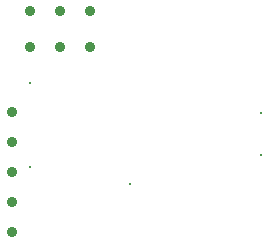
<source format=gbr>
%TF.GenerationSoftware,Altium Limited,Altium Designer,23.10.1 (27)*%
G04 Layer_Color=0*
%FSLAX45Y45*%
%MOMM*%
%TF.SameCoordinates,AAB5F705-4A64-4C07-BC12-B6E9AAE413D5*%
%TF.FilePolarity,Positive*%
%TF.FileFunction,Plated,1,2,PTH,Drill*%
%TF.Part,Single*%
G01*
G75*
%TA.AperFunction,ComponentDrill*%
%ADD31C,0.90000*%
%ADD32C,0.90000*%
%TA.AperFunction,ViaDrill,NotFilled*%
%ADD33C,0.30000*%
D31*
X13055600Y3721100D02*
D03*
Y3975100D02*
D03*
Y4229100D02*
D03*
Y4483100D02*
D03*
Y4737100D02*
D03*
D32*
X13208000Y5588000D02*
D03*
X13462000D02*
D03*
X13716000D02*
D03*
X13208000Y5283200D02*
D03*
X13462000D02*
D03*
X13716000D02*
D03*
D33*
X14058900Y4127500D02*
D03*
X13208000Y4978400D02*
D03*
Y4267200D02*
D03*
X15163800Y4724400D02*
D03*
Y4368800D02*
D03*
%TF.MD5,92fc03e23f2798ad56f716daa5d89aa1*%
M02*

</source>
